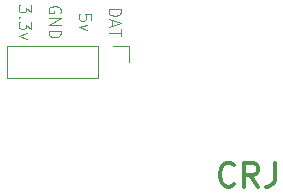
<source format=gbr>
%TF.GenerationSoftware,KiCad,Pcbnew,9.0.0*%
%TF.CreationDate,2025-10-27T19:49:06+01:00*%
%TF.ProjectId,Gamecube controller breakout mount,47616d65-6375-4626-9520-636f6e74726f,rev?*%
%TF.SameCoordinates,Original*%
%TF.FileFunction,Legend,Top*%
%TF.FilePolarity,Positive*%
%FSLAX46Y46*%
G04 Gerber Fmt 4.6, Leading zero omitted, Abs format (unit mm)*
G04 Created by KiCad (PCBNEW 9.0.0) date 2025-10-27 19:49:06*
%MOMM*%
%LPD*%
G01*
G04 APERTURE LIST*
%ADD10C,0.100000*%
%ADD11C,0.300000*%
%ADD12C,0.120000*%
G04 APERTURE END LIST*
D10*
X144661780Y-79632861D02*
X144661780Y-79156671D01*
X144661780Y-79156671D02*
X144185590Y-79109052D01*
X144185590Y-79109052D02*
X144233209Y-79156671D01*
X144233209Y-79156671D02*
X144280828Y-79251909D01*
X144280828Y-79251909D02*
X144280828Y-79490004D01*
X144280828Y-79490004D02*
X144233209Y-79585242D01*
X144233209Y-79585242D02*
X144185590Y-79632861D01*
X144185590Y-79632861D02*
X144090352Y-79680480D01*
X144090352Y-79680480D02*
X143852257Y-79680480D01*
X143852257Y-79680480D02*
X143757019Y-79632861D01*
X143757019Y-79632861D02*
X143709400Y-79585242D01*
X143709400Y-79585242D02*
X143661780Y-79490004D01*
X143661780Y-79490004D02*
X143661780Y-79251909D01*
X143661780Y-79251909D02*
X143709400Y-79156671D01*
X143709400Y-79156671D02*
X143757019Y-79109052D01*
X144328447Y-80013814D02*
X143661780Y-80251909D01*
X143661780Y-80251909D02*
X144328447Y-80490004D01*
X139581780Y-78347147D02*
X139581780Y-78966194D01*
X139581780Y-78966194D02*
X139200828Y-78632861D01*
X139200828Y-78632861D02*
X139200828Y-78775718D01*
X139200828Y-78775718D02*
X139153209Y-78870956D01*
X139153209Y-78870956D02*
X139105590Y-78918575D01*
X139105590Y-78918575D02*
X139010352Y-78966194D01*
X139010352Y-78966194D02*
X138772257Y-78966194D01*
X138772257Y-78966194D02*
X138677019Y-78918575D01*
X138677019Y-78918575D02*
X138629400Y-78870956D01*
X138629400Y-78870956D02*
X138581780Y-78775718D01*
X138581780Y-78775718D02*
X138581780Y-78490004D01*
X138581780Y-78490004D02*
X138629400Y-78394766D01*
X138629400Y-78394766D02*
X138677019Y-78347147D01*
X138677019Y-79394766D02*
X138629400Y-79442385D01*
X138629400Y-79442385D02*
X138581780Y-79394766D01*
X138581780Y-79394766D02*
X138629400Y-79347147D01*
X138629400Y-79347147D02*
X138677019Y-79394766D01*
X138677019Y-79394766D02*
X138581780Y-79394766D01*
X139581780Y-79775718D02*
X139581780Y-80394765D01*
X139581780Y-80394765D02*
X139200828Y-80061432D01*
X139200828Y-80061432D02*
X139200828Y-80204289D01*
X139200828Y-80204289D02*
X139153209Y-80299527D01*
X139153209Y-80299527D02*
X139105590Y-80347146D01*
X139105590Y-80347146D02*
X139010352Y-80394765D01*
X139010352Y-80394765D02*
X138772257Y-80394765D01*
X138772257Y-80394765D02*
X138677019Y-80347146D01*
X138677019Y-80347146D02*
X138629400Y-80299527D01*
X138629400Y-80299527D02*
X138581780Y-80204289D01*
X138581780Y-80204289D02*
X138581780Y-79918575D01*
X138581780Y-79918575D02*
X138629400Y-79823337D01*
X138629400Y-79823337D02*
X138677019Y-79775718D01*
X139248447Y-80728099D02*
X138581780Y-80966194D01*
X138581780Y-80966194D02*
X139248447Y-81204289D01*
X146201780Y-78704290D02*
X147201780Y-78704290D01*
X147201780Y-78704290D02*
X147201780Y-78942385D01*
X147201780Y-78942385D02*
X147154161Y-79085242D01*
X147154161Y-79085242D02*
X147058923Y-79180480D01*
X147058923Y-79180480D02*
X146963685Y-79228099D01*
X146963685Y-79228099D02*
X146773209Y-79275718D01*
X146773209Y-79275718D02*
X146630352Y-79275718D01*
X146630352Y-79275718D02*
X146439876Y-79228099D01*
X146439876Y-79228099D02*
X146344638Y-79180480D01*
X146344638Y-79180480D02*
X146249400Y-79085242D01*
X146249400Y-79085242D02*
X146201780Y-78942385D01*
X146201780Y-78942385D02*
X146201780Y-78704290D01*
X146487495Y-79656671D02*
X146487495Y-80132861D01*
X146201780Y-79561433D02*
X147201780Y-79894766D01*
X147201780Y-79894766D02*
X146201780Y-80228099D01*
X147201780Y-80418576D02*
X147201780Y-80990004D01*
X146201780Y-80704290D02*
X147201780Y-80704290D01*
X142074161Y-79013813D02*
X142121780Y-78918575D01*
X142121780Y-78918575D02*
X142121780Y-78775718D01*
X142121780Y-78775718D02*
X142074161Y-78632861D01*
X142074161Y-78632861D02*
X141978923Y-78537623D01*
X141978923Y-78537623D02*
X141883685Y-78490004D01*
X141883685Y-78490004D02*
X141693209Y-78442385D01*
X141693209Y-78442385D02*
X141550352Y-78442385D01*
X141550352Y-78442385D02*
X141359876Y-78490004D01*
X141359876Y-78490004D02*
X141264638Y-78537623D01*
X141264638Y-78537623D02*
X141169400Y-78632861D01*
X141169400Y-78632861D02*
X141121780Y-78775718D01*
X141121780Y-78775718D02*
X141121780Y-78870956D01*
X141121780Y-78870956D02*
X141169400Y-79013813D01*
X141169400Y-79013813D02*
X141217019Y-79061432D01*
X141217019Y-79061432D02*
X141550352Y-79061432D01*
X141550352Y-79061432D02*
X141550352Y-78870956D01*
X141121780Y-79490004D02*
X142121780Y-79490004D01*
X142121780Y-79490004D02*
X141121780Y-80061432D01*
X141121780Y-80061432D02*
X142121780Y-80061432D01*
X141121780Y-80537623D02*
X142121780Y-80537623D01*
X142121780Y-80537623D02*
X142121780Y-80775718D01*
X142121780Y-80775718D02*
X142074161Y-80918575D01*
X142074161Y-80918575D02*
X141978923Y-81013813D01*
X141978923Y-81013813D02*
X141883685Y-81061432D01*
X141883685Y-81061432D02*
X141693209Y-81109051D01*
X141693209Y-81109051D02*
X141550352Y-81109051D01*
X141550352Y-81109051D02*
X141359876Y-81061432D01*
X141359876Y-81061432D02*
X141264638Y-81013813D01*
X141264638Y-81013813D02*
X141169400Y-80918575D01*
X141169400Y-80918575D02*
X141121780Y-80775718D01*
X141121780Y-80775718D02*
X141121780Y-80537623D01*
D11*
X156816415Y-93549161D02*
X156721177Y-93644400D01*
X156721177Y-93644400D02*
X156435463Y-93739638D01*
X156435463Y-93739638D02*
X156244987Y-93739638D01*
X156244987Y-93739638D02*
X155959272Y-93644400D01*
X155959272Y-93644400D02*
X155768796Y-93453923D01*
X155768796Y-93453923D02*
X155673558Y-93263447D01*
X155673558Y-93263447D02*
X155578320Y-92882495D01*
X155578320Y-92882495D02*
X155578320Y-92596780D01*
X155578320Y-92596780D02*
X155673558Y-92215828D01*
X155673558Y-92215828D02*
X155768796Y-92025352D01*
X155768796Y-92025352D02*
X155959272Y-91834876D01*
X155959272Y-91834876D02*
X156244987Y-91739638D01*
X156244987Y-91739638D02*
X156435463Y-91739638D01*
X156435463Y-91739638D02*
X156721177Y-91834876D01*
X156721177Y-91834876D02*
X156816415Y-91930114D01*
X158816415Y-93739638D02*
X158149748Y-92787257D01*
X157673558Y-93739638D02*
X157673558Y-91739638D01*
X157673558Y-91739638D02*
X158435463Y-91739638D01*
X158435463Y-91739638D02*
X158625939Y-91834876D01*
X158625939Y-91834876D02*
X158721177Y-91930114D01*
X158721177Y-91930114D02*
X158816415Y-92120590D01*
X158816415Y-92120590D02*
X158816415Y-92406304D01*
X158816415Y-92406304D02*
X158721177Y-92596780D01*
X158721177Y-92596780D02*
X158625939Y-92692019D01*
X158625939Y-92692019D02*
X158435463Y-92787257D01*
X158435463Y-92787257D02*
X157673558Y-92787257D01*
X160244987Y-91739638D02*
X160244987Y-93168209D01*
X160244987Y-93168209D02*
X160149748Y-93453923D01*
X160149748Y-93453923D02*
X159959272Y-93644400D01*
X159959272Y-93644400D02*
X159673558Y-93739638D01*
X159673558Y-93739638D02*
X159483082Y-93739638D01*
D12*
%TO.C,REF\u002A\u002A*%
X137624200Y-81856120D02*
X137624200Y-84516120D01*
X145304200Y-81856120D02*
X137624200Y-81856120D01*
X145304200Y-81856120D02*
X145304200Y-84516120D01*
X145304200Y-84516120D02*
X137624200Y-84516120D01*
X146574200Y-81856120D02*
X147904200Y-81856120D01*
X147904200Y-81856120D02*
X147904200Y-83186120D01*
%TD*%
M02*

</source>
